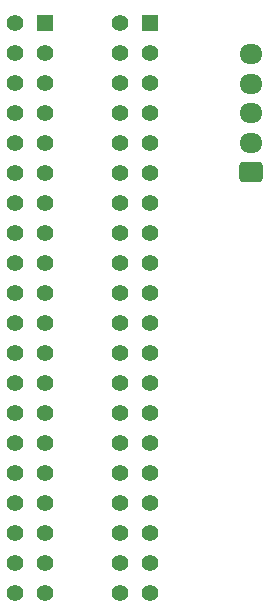
<source format=gbr>
%TF.GenerationSoftware,KiCad,Pcbnew,7.0.5*%
%TF.CreationDate,2023-12-19T10:57:00-08:00*%
%TF.ProjectId,PiN_PiHat,50694e5f-5069-4486-9174-2e6b69636164,rev?*%
%TF.SameCoordinates,Original*%
%TF.FileFunction,Soldermask,Top*%
%TF.FilePolarity,Negative*%
%FSLAX46Y46*%
G04 Gerber Fmt 4.6, Leading zero omitted, Abs format (unit mm)*
G04 Created by KiCad (PCBNEW 7.0.5) date 2023-12-19 10:57:00*
%MOMM*%
%LPD*%
G01*
G04 APERTURE LIST*
G04 Aperture macros list*
%AMRoundRect*
0 Rectangle with rounded corners*
0 $1 Rounding radius*
0 $2 $3 $4 $5 $6 $7 $8 $9 X,Y pos of 4 corners*
0 Add a 4 corners polygon primitive as box body*
4,1,4,$2,$3,$4,$5,$6,$7,$8,$9,$2,$3,0*
0 Add four circle primitives for the rounded corners*
1,1,$1+$1,$2,$3*
1,1,$1+$1,$4,$5*
1,1,$1+$1,$6,$7*
1,1,$1+$1,$8,$9*
0 Add four rect primitives between the rounded corners*
20,1,$1+$1,$2,$3,$4,$5,0*
20,1,$1+$1,$4,$5,$6,$7,0*
20,1,$1+$1,$6,$7,$8,$9,0*
20,1,$1+$1,$8,$9,$2,$3,0*%
G04 Aperture macros list end*
%ADD10C,1.398000*%
%ADD11R,1.398000X1.398000*%
%ADD12RoundRect,0.250000X0.725000X-0.600000X0.725000X0.600000X-0.725000X0.600000X-0.725000X-0.600000X0*%
%ADD13O,1.950000X1.700000*%
G04 APERTURE END LIST*
D10*
%TO.C,PI_to_Header1*%
X110490000Y-27940000D03*
D11*
X113030000Y-27940000D03*
D10*
X110490000Y-30480000D03*
X113030000Y-30480000D03*
X110490000Y-33020000D03*
X113030000Y-33020000D03*
X110490000Y-35560000D03*
X113030000Y-35560000D03*
X110490000Y-38100000D03*
X113030000Y-38100000D03*
X110490000Y-40640000D03*
X113030000Y-40640000D03*
X110490000Y-43180000D03*
X113030000Y-43180000D03*
X110490000Y-45720000D03*
X113030000Y-45720000D03*
X110490000Y-48260000D03*
X113030000Y-48260000D03*
X110490000Y-50800000D03*
X113030000Y-50800000D03*
X110490000Y-53340000D03*
X113030000Y-53340000D03*
X110490000Y-55880000D03*
X113030000Y-55880000D03*
X110490000Y-58420000D03*
X113030000Y-58420000D03*
X110490000Y-60960000D03*
X113030000Y-60960000D03*
X110490000Y-63500000D03*
X113030000Y-63500000D03*
X110490000Y-66040000D03*
X113030000Y-66040000D03*
X110490000Y-68580000D03*
X113030000Y-68580000D03*
X110490000Y-71120000D03*
X113030000Y-71120000D03*
X110490000Y-73660000D03*
X113030000Y-73660000D03*
X110490000Y-76200000D03*
X113030000Y-76200000D03*
%TD*%
%TO.C,Out1*%
X119380000Y-27940000D03*
D11*
X121920000Y-27940000D03*
D10*
X119380000Y-30480000D03*
X121920000Y-30480000D03*
X119380000Y-33020000D03*
X121920000Y-33020000D03*
X119380000Y-35560000D03*
X121920000Y-35560000D03*
X119380000Y-38100000D03*
X121920000Y-38100000D03*
X119380000Y-40640000D03*
X121920000Y-40640000D03*
X119380000Y-43180000D03*
X121920000Y-43180000D03*
X119380000Y-45720000D03*
X121920000Y-45720000D03*
X119380000Y-48260000D03*
X121920000Y-48260000D03*
X119380000Y-50800000D03*
X121920000Y-50800000D03*
X119380000Y-53340000D03*
X121920000Y-53340000D03*
X119380000Y-55880000D03*
X121920000Y-55880000D03*
X119380000Y-58420000D03*
X121920000Y-58420000D03*
X119380000Y-60960000D03*
X121920000Y-60960000D03*
X119380000Y-63500000D03*
X121920000Y-63500000D03*
X119380000Y-66040000D03*
X121920000Y-66040000D03*
X119380000Y-68580000D03*
X121920000Y-68580000D03*
X119380000Y-71120000D03*
X121920000Y-71120000D03*
X119380000Y-73660000D03*
X121920000Y-73660000D03*
X119380000Y-76200000D03*
X121920000Y-76200000D03*
%TD*%
D12*
%TO.C,Pi1_to_PiN*%
X130510000Y-40560000D03*
D13*
X130510000Y-38060000D03*
X130510000Y-35560000D03*
X130510000Y-33060000D03*
X130510000Y-30560000D03*
%TD*%
M02*

</source>
